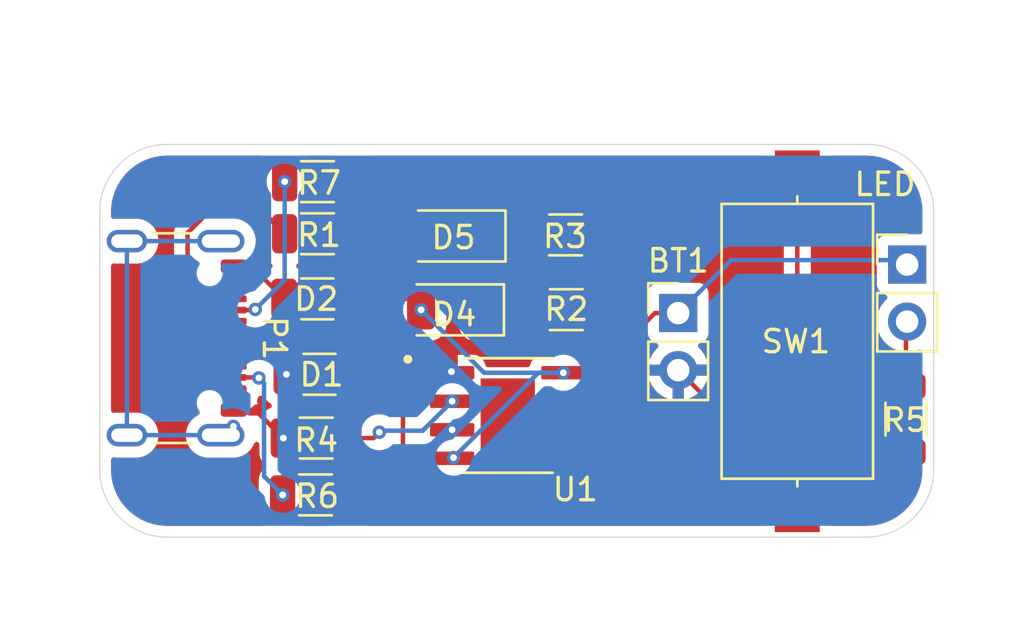
<source format=kicad_pcb>
(kicad_pcb (version 20240108) (generator "pcbnew") (generator_version "8.0")
  (layers (0 "F.Cu" signal) (31 "B.Cu" signal) (34 "B.Paste" user) (35 "F.Paste" user) (36 "B.SilkS" user "B.Silkscreen") (37 "F.SilkS" user "F.Silkscreen") (38 "B.Mask" user) (39 "F.Mask" user) (44 "Edge.Cuts" user))
  (net 0 "")
  (net 1 "Earth")
  (net 2 "Net-(BT1-+)")
  (net 3 "Net-(D2-A)")
  (net 4 "Net-(D4-K)")
  (net 5 "Net-(D5-K)")
  (net 6 "Net-(P1-VBUS-PadA4)")
  (net 8 "unconnected-(P1-VCONN-PadB5)")
  (net 9 "unconnected-(P1-SHIELD-PadS1)")
  (net 10 "unconnected-(P1-CC-PadA5)")
  (net 12 "Net-(U1-~{STDBY})")
  (net 13 "Net-(U1-~{CHRG})")
  (net 14 "Net-(U1-PROG)")
  (net 16 "Net-(D3-A)")
  (net 17 "Net-(R5-Pad2)")
  (footprint "Resistor_SMD:R_1206_3216Metric" (layer "F.Cu") (at 133.47 86.89)
    (property "Reference" "R1" (at 0.07 0.06 0) (layer "F.SilkS"))
    (property "Value" "R" (hide yes))
    (fp_line (start -0.727064 -0.91) (end 0.727064 -0.91) (stroke (width 0.12)) (layer "F.SilkS"))
    (fp_line (start -0.727064 0.91) (end 0.727064 0.91) (stroke (width 0.12)) (layer "F.SilkS"))
    (pad "1" smd roundrect (at -1.4625 0) (size 1.125 1.75) (layers "F.Cu" "F.Paste" "F.Mask") (roundrect_rratio 0.222222) (net 6 "Net-(P1-VBUS-PadA4)"))
    (pad "2" smd roundrect (at 1.4625 0) (size 1.125 1.75) (layers "F.Cu" "F.Paste" "F.Mask") (roundrect_rratio 0.222222) (net 3 "Net-(D2-A)"))
  )
  (footprint "LED_SMD:LED_1206_3216Metric" (layer "F.Cu") (at 139.48 90.28 180)
    (property "Reference" "D4" (at -0.08 -0.21 0) (layer "F.SilkS"))
    (property "Value" "LED" (hide yes))
    (fp_line (start 1.6 -1.135) (end -2.285 -1.135) (stroke (width 0.12)) (layer "F.SilkS"))
    (fp_line (start -2.285 1.135) (end 1.6 1.135) (stroke (width 0.12)) (layer "F.SilkS"))
    (fp_line (start -2.285 -1.135) (end -2.285 1.135) (stroke (width 0.12)) (layer "F.SilkS"))
    (pad "1" smd roundrect (at -1.4 0 180) (size 1.25 1.75) (layers "F.Cu" "F.Paste" "F.Mask") (roundrect_rratio 0.2) (net 4 "Net-(D4-K)"))
    (pad "2" smd roundrect (at 1.4 0 180) (size 1.25 1.75) (layers "F.Cu" "F.Paste" "F.Mask") (roundrect_rratio 0.2) (net 3 "Net-(D2-A)"))
  )
  (footprint "Resistor_SMD:R_1206_3216Metric" (layer "F.Cu") (at 159.655 95.145 -90)
    (property "Reference" "R5" (at 0.045 0.045 0) (layer "F.SilkS"))
    (property "Value" "R_US" (hide yes))
    (fp_line (start -0.727064 0.91) (end 0.727064 0.91) (stroke (width 0.12)) (layer "F.SilkS"))
    (fp_line (start -0.727064 -0.91) (end 0.727064 -0.91) (stroke (width 0.12)) (layer "F.SilkS"))
    (pad "1" smd roundrect (at -1.4625 0 270) (size 1.125 1.75) (layers "F.Cu" "F.Paste" "F.Mask") (roundrect_rratio 0.222222) (net 16 "Net-(D3-A)"))
    (pad "2" smd roundrect (at 1.4625 0 270) (size 1.125 1.75) (layers "F.Cu" "F.Paste" "F.Mask") (roundrect_rratio 0.222222) (net 17 "Net-(R5-Pad2)"))
  )
  (footprint "Resistor_SMD:R_1206_3216Metric" (layer "F.Cu") (at 133.38 98.52)
    (property "Reference" "R6" (at 0.07 0.06 0) (layer "F.SilkS"))
    (property "Value" "R" (hide yes))
    (fp_line (start -0.727064 -0.91) (end 0.727064 -0.91) (stroke (width 0.12)) (layer "F.SilkS"))
    (fp_line (start -0.727064 0.91) (end 0.727064 0.91) (stroke (width 0.12)) (layer "F.SilkS"))
    (pad "1" smd roundrect (at -1.4625 0) (size 1.125 1.75) (layers "F.Cu" "F.Paste" "F.Mask") (roundrect_rratio 0.222222) (net 8 "unconnected-(P1-VCONN-PadB5)"))
    (pad "2" smd roundrect (at 1.4625 0) (size 1.125 1.75) (layers "F.Cu" "F.Paste" "F.Mask") (roundrect_rratio 0.222222) (net 1 "Earth"))
  )
  (footprint "Connector_PinHeader_2.54mm:PinHeader_1x02_P2.54mm_Vertical" (layer "F.Cu") (at 149.52 90.425)
    (property "Reference" "BT1" (at 0 -2.33 0) (layer "F.SilkS"))
    (property "Value" "Battery" (hide yes))
    (fp_line (start -1.33 -1.33) (end 0 -1.33) (stroke (width 0.12)) (layer "F.SilkS"))
    (fp_line (start -1.33 0) (end -1.33 -1.33) (stroke (width 0.12)) (layer "F.SilkS"))
    (fp_line (start -1.33 1.27) (end -1.33 3.87) (stroke (width 0.12)) (layer "F.SilkS"))
    (fp_line (start -1.33 1.27) (end 1.33 1.27) (stroke (width 0.12)) (layer "F.SilkS"))
    (fp_line (start -1.33 3.87) (end 1.33 3.87) (stroke (width 0.12)) (layer "F.SilkS"))
    (fp_line (start 1.33 1.27) (end 1.33 3.87) (stroke (width 0.12)) (layer "F.SilkS"))
    (pad "1" thru_hole rect (at 0 0) (size 1.7 1.7) (drill 1) (layers "*.Cu" "*.Mask") (net 2 "Net-(BT1-+)"))
    (pad "2" thru_hole oval (at 0 2.54) (size 1.7 1.7) (drill 1) (layers "*.Cu" "*.Mask") (net 1 "Earth"))
  )
  (footprint "Capacitor_SMD:C_1206_3216Metric" (layer "F.Cu") (at 133.46 89.79)
    (property "Reference" "D2" (at -0.05 0.01 0) (layer "F.SilkS"))
    (property "Value" "D_Capacitance" (hide yes))
    (fp_line (start -0.711252 -0.91) (end 0.711252 -0.91) (stroke (width 0.12)) (layer "F.SilkS"))
    (fp_line (start -0.711252 0.91) (end 0.711252 0.91) (stroke (width 0.12)) (layer "F.SilkS"))
    (pad "1" smd roundrect (at -1.475 0) (size 1.15 1.8) (layers "F.Cu" "F.Paste" "F.Mask") (roundrect_rratio 0.217391) (net 1 "Earth"))
    (pad "2" smd roundrect (at 1.475 0) (size 1.15 1.8) (layers "F.Cu" "F.Paste" "F.Mask") (roundrect_rratio 0.217391) (net 3 "Net-(D2-A)"))
  )
  (footprint "Capacitor_SMD:C_1206_3216Metric" (layer "F.Cu") (at 133.56 93.15 180)
    (property "Reference" "D1" (at -0.09 -0.02 0) (layer "F.SilkS"))
    (property "Value" "D_Capacitance" (hide yes))
    (fp_line (start -0.711252 0.91) (end 0.711252 0.91) (stroke (width 0.12)) (layer "F.SilkS"))
    (fp_line (start -0.711252 -0.91) (end 0.711252 -0.91) (stroke (width 0.12)) (layer "F.SilkS"))
    (pad "1" smd roundrect (at -1.475 0 180) (size 1.15 1.8) (layers "F.Cu" "F.Paste" "F.Mask") (roundrect_rratio 0.217391) (net 2 "Net-(BT1-+)"))
    (pad "2" smd roundrect (at 1.475 0 180) (size 1.15 1.8) (layers "F.Cu" "F.Paste" "F.Mask") (roundrect_rratio 0.217391) (net 1 "Earth"))
  )
  (footprint "Capacitor_THT:C_Axial_L12.0mm_D6.5mm_P15.00mm_Horizontal" (layer "F.Cu") (at 154.82 84.18 -90)
    (property "Reference" "SW1" (at 7.51 0.06 0) (layer "F.SilkS"))
    (property "Value" "SW_Push" (hide yes))
    (fp_line (start 1.38 3.37) (end 13.62 3.37) (stroke (width 0.12)) (layer "F.SilkS"))
    (fp_line (start 13.62 3.37) (end 13.62 -3.37) (stroke (width 0.12)) (layer "F.SilkS"))
    (fp_line (start 1.04 0) (end 1.38 0) (stroke (width 0.12)) (layer "F.SilkS"))
    (fp_line (start 13.96 0) (end 13.62 0) (stroke (width 0.12)) (layer "F.SilkS"))
    (fp_line (start 1.38 -3.37) (end 1.38 3.37) (stroke (width 0.12)) (layer "F.SilkS"))
    (fp_line (start 13.62 -3.37) (end 1.38 -3.37) (stroke (width 0.12)) (layer "F.SilkS"))
    (pad "1" smd rect (at 0 0 270) (size 2 2) (layers "F.Cu" "F.Paste" "F.Mask") (net 17 "Net-(R5-Pad2)"))
    (pad "2" smd rect (at 15 0 270) (size 2 2) (layers "F.Cu" "F.Paste" "F.Mask") (net 1 "Earth"))
  )
  (footprint "Resistor_SMD:R_1206_3216Metric" (layer "F.Cu") (at 144.54 90.27)
    (property "Reference" "R2" (at 0 -0.02 0) (layer "F.SilkS"))
    (property "Value" "R" (hide yes))
    (fp_line (start -0.727064 -0.91) (end 0.727064 -0.91) (stroke (width 0.12)) (layer "F.SilkS"))
    (fp_line (start -0.727064 0.91) (end 0.727064 0.91) (stroke (width 0.12)) (layer "F.SilkS"))
    (pad "1" smd roundrect (at -1.4625 0) (size 1.125 1.75) (layers "F.Cu" "F.Paste" "F.Mask") (roundrect_rratio 0.222222) (net 4 "Net-(D4-K)"))
    (pad "2" smd roundrect (at 1.4625 0) (size 1.125 1.75) (layers "F.Cu" "F.Paste" "F.Mask") (roundrect_rratio 0.222222) (net 12 "Net-(U1-~{STDBY})"))
  )
  (footprint "Resistor_SMD:R_1206_3216Metric" (layer "F.Cu") (at 144.5075 86.94)
    (property "Reference" "R3" (at -0.0275 0.07 0) (layer "F.SilkS"))
    (property "Value" "R" (hide yes))
    (fp_line (start -0.727064 -0.91) (end 0.727064 -0.91) (stroke (width 0.12)) (layer "F.SilkS"))
    (fp_line (start -0.727064 0.91) (end 0.727064 0.91) (stroke (width 0.12)) (layer "F.SilkS"))
    (pad "1" smd roundrect (at -1.4625 0) (size 1.125 1.75) (layers "F.Cu" "F.Paste" "F.Mask") (roundrect_rratio 0.222222) (net 5 "Net-(D5-K)"))
    (pad "2" smd roundrect (at 1.4625 0) (size 1.125 1.75) (layers "F.Cu" "F.Paste" "F.Mask") (roundrect_rratio 0.222222) (net 13 "Net-(U1-~{CHRG})"))
  )
  (footprint "Connector_USB:USB_C_Receptacle_GCT_USB4105-xx-A_16P_TopMnt_Horizontal" (layer "F.Cu") (at 126.062221 91.539014 -90)
    (property "Reference" "P1" (at 0 -5.5 -90) (layer "F.SilkS"))
    (property "Value" "USB_C_Plug_USB2.0" (hide yes))
    (fp_line (start -4.67 -0.1) (end -4.67 -1.8) (stroke (width 0.12)) (layer "F.SilkS"))
    (fp_line (start 4.67 -0.1) (end 4.67 -1.8) (stroke (width 0.12)) (layer "F.SilkS"))
    (pad "" np_thru_hole circle (at -2.89 -2.605 270) (size 0.65 0.65) (drill 0.65) (layers "F&B.Cu" "*.Mask"))
    (pad "" np_thru_hole circle (at 2.89 -2.605 270) (size 0.65 0.65) (drill 0.65) (layers "F&B.Cu" "*.Mask"))
    (pad "A1" smd roundrect (at -3.2 -3.68 270) (size 0.6 1.15) (layers "F.Cu" "F.Paste" "F.Mask") (net 1 "Earth"))
    (pad "A4" smd roundrect (at -2.4 -3.68 270) (size 0.6 1.15) (layers "F.Cu" "F.Paste" "F.Mask") (net 6 "Net-(P1-VBUS-PadA4)"))
    (pad "A5" smd roundrect (at -1.25 -3.68 270) (size 0.3 1.15) (layers "F.Cu" "F.Paste" "F.Mask") (net 10 "unconnected-(P1-CC-PadA5)"))
    (pad "A6" smd roundrect (at -0.25 -3.68 270) (size 0.3 1.15) (layers "F.Cu" "F.Paste" "F.Mask"))
    (pad "A7" smd roundrect (at 0.25 -3.68 270) (size 0.3 1.15) (layers "F.Cu" "F.Paste" "F.Mask"))
    (pad "A8" smd roundrect (at 1.25 -3.68 270) (size 0.3 1.15) (layers "F.Cu" "F.Paste" "F.Mask"))
    (pad "A9" smd roundrect (at 2.4 -3.68 270) (size 0.6 1.15) (layers "F.Cu" "F.Paste" "F.Mask") (net 6 "Net-(P1-VBUS-PadA4)"))
    (pad "A12" smd roundrect (at 3.2 -3.68 270) (size 0.6 1.15) (layers "F.Cu" "F.Paste" "F.Mask") (net 1 "Earth"))
    (pad "B1" smd roundrect (at 3.2 -3.68 270) (size 0.6 1.15) (layers "F.Cu" "F.Paste" "F.Mask") (net 1 "Earth"))
    (pad "B4" smd roundrect (at 2.4 -3.68 270) (size 0.6 1.15) (layers "F.Cu" "F.Paste" "F.Mask") (net 6 "Net-(P1-VBUS-PadA4)"))
    (pad "B5" smd roundrect (at 1.75 -3.68 270) (size 0.3 1.15) (layers "F.Cu" "F.Paste" "F.Mask") (net 8 "unconnected-(P1-VCONN-PadB5)"))
    (pad "B6" smd roundrect (at 0.75 -3.68 270) (size 0.3 1.15) (layers "F.Cu" "F.Paste" "F.Mask"))
    (pad "B7" smd roundrect (at -0.75 -3.68 270) (size 0.3 1.15) (layers "F.Cu" "F.Paste" "F.Mask"))
    (pad "B8" smd roundrect (at -1.75 -3.68 270) (size 0.3 1.15) (layers "F.Cu" "F.Paste" "F.Mask"))
    (pad "B9" smd roundrect (at -2.4 -3.68 270) (size 0.6 1.15) (layers "F.Cu" "F.Paste" "F.Mask") (net 6 "Net-(P1-VBUS-PadA4)"))
    (pad "B12" smd roundrect (at -3.2 -3.68 270) (size 0.6 1.15) (layers "F.Cu" "F.Paste" "F.Mask") (net 1 "Earth"))
    (pad "S1" thru_hole oval (at -4.32 -3.105 270) (size 1 2.1) (drill oval 0.6 1.7) (layers "*.Cu" "*.Mask" "F.Paste") (net 9 "unconnected-(P1-SHIELD-PadS1)"))
    (pad "S1" thru_hole oval (at -4.32 1.075 270) (size 1 1.8) (drill oval 0.6 1.4) (layers "*.Cu" "*.Mask" "F.Paste") (net 9 "unconnected-(P1-SHIELD-PadS1)"))
    (pad "S1" thru_hole oval (at 4.32 -3.105 270) (size 1 2.1) (drill oval 0.6 1.7) (layers "*.Cu" "*.Mask" "F.Paste") (net 9 "unconnected-(P1-SHIELD-PadS1)"))
    (pad "S1" thru_hole oval (at 4.32 1.075 270) (size 1 1.8) (drill oval 0.6 1.4) (layers "*.Cu" "*.Mask" "F.Paste") (net 9 "unconnected-(P1-SHIELD-PadS1)"))
  )
  (footprint "LED_SMD:LED_1206_3216Metric" (layer "F.Cu") (at 139.55 86.99 180)
    (property "Reference" "D5" (at 0.03 -0.07 0) (layer "F.SilkS"))
    (property "Value" "LED" (hide yes))
    (fp_line (start 1.6 -1.135) (end -2.285 -1.135) (stroke (width 0.12)) (layer "F.SilkS"))
    (fp_line (start -2.285 1.135) (end 1.6 1.135) (stroke (width 0.12)) (layer "F.SilkS"))
    (fp_line (start -2.285 -1.135) (end -2.285 1.135) (stroke (width 0.12)) (layer "F.SilkS"))
    (pad "1" smd roundrect (at -1.4 0 180) (size 1.25 1.75) (layers "F.Cu" "F.Paste" "F.Mask") (roundrect_rratio 0.2) (net 5 "Net-(D5-K)"))
    (pad "2" smd roundrect (at 1.4 0 180) (size 1.25 1.75) (layers "F.Cu" "F.Paste" "F.Mask") (roundrect_rratio 0.2) (net 3 "Net-(D2-A)"))
  )
  (footprint "Personal:SOP127P600X175-9N" (layer "F.Cu") (at 141.935 94.985)
    (property "Reference" "U1" (at 3.005 3.295 0) (layer "F.SilkS"))
    (property "Value" "TP4056" (hide yes))
    (fp_line (start -2 -2.55) (end 2 -2.55) (stroke (width 0.127)) (layer "F.SilkS"))
    (fp_line (start -2 2.55) (end 2 2.55) (stroke (width 0.127)) (layer "F.SilkS"))
    (fp_circle (center -4.445 -2.505) (end -4.345 -2.505) (stroke (width 0.2)) (fill none) (layer "F.SilkS"))
    (pad "1" smd roundrect (at -2.475 -1.905) (size 1.97 0.6) (layers "F.Cu" "F.Paste" "F.Mask") (roundrect_rratio 0.125) (net 1 "Earth"))
    (pad "2" smd roundrect (at -2.475 -0.635) (size 1.97 0.6) (layers "F.Cu" "F.Paste" "F.Mask") (roundrect_rratio 0.125) (net 14 "Net-(U1-PROG)"))
    (pad "3" smd roundrect (at -2.475 0.635) (size 1.97 0.6) (layers "F.Cu" "F.Paste" "F.Mask") (roundrect_rratio 0.125) (net 1 "Earth"))
    (pad "4" smd roundrect (at -2.475 1.905) (size 1.97 0.6) (layers "F.Cu" "F.Paste" "F.Mask") (roundrect_rratio 0.125) (net 3 "Net-(D2-A)"))
    (pad "5" smd roundrect (at 2.475 1.905) (size 1.97 0.6) (layers "F.Cu" "F.Paste" "F.Mask") (roundrect_rratio 0.125) (net 2 "Net-(BT1-+)"))
    (pad "6" smd roundrect (at 2.475 0.635) (size 1.97 0.6) (layers "F.Cu" "F.Paste" "F.Mask") (roundrect_rratio 0.125) (net 12 "Net-(U1-~{STDBY})"))
    (pad "7" smd roundrect (at 2.475 -0.635) (size 1.97 0.6) (layers "F.Cu" "F.Paste" "F.Mask") (roundrect_rratio 0.125) (net 13 "Net-(U1-~{CHRG})"))
    (pad "8" smd roundrect (at 2.475 -1.905) (size 1.97 0.6) (layers "F.Cu" "F.Paste" "F.Mask") (roundrect_rratio 0.125) (net 3 "Net-(D2-A)"))
    (pad "9" smd rect (at 0 0) (size 2.413 3.302) (layers "F.Cu" "F.Mask"))
  )
  (footprint "Resistor_SMD:R_1206_3216Metric" (layer "F.Cu") (at 133.47 84.57)
    (property "Reference" "R7" (at 0.07 0.06 0) (layer "F.SilkS"))
    (property "Value" "R" (hide yes))
    (fp_line (start -0.727064 -0.91) (end 0.727064 -0.91) (stroke (width 0.12)) (layer "F.SilkS"))
    (fp_line (start -0.727064 0.91) (end 0.727064 0.91) (stroke (width 0.12)) (layer "F.SilkS"))
    (pad "1" smd roundrect (at -1.4625 0) (size 1.125 1.75) (layers "F.Cu" "F.Paste" "F.Mask") (roundrect_rratio 0.222222) (net 10 "unconnected-(P1-CC-PadA5)"))
    (pad "2" smd roundrect (at 1.4625 0) (size 1.125 1.75) (layers "F.Cu" "F.Paste" "F.Mask") (roundrect_rratio 0.222222) (net 1 "Earth"))
  )
  (footprint "Connector_PinHeader_2.54mm:PinHeader_1x02_P2.54mm_Vertical" (layer "F.Cu") (at 159.706606 88.26271)
    (property "Reference" "LED" (at -0.985072 -3.573681 0) (layer "F.SilkS"))
    (property "Value" "Battery" (hide yes))
    (fp_line (start -1.33 -1.33) (end 0 -1.33) (stroke (width 0.12)) (layer "F.SilkS"))
    (fp_line (start -1.33 0) (end -1.33 -1.33) (stroke (width 0.12)) (layer "F.SilkS"))
    (fp_line (start -1.33 1.27) (end -1.33 3.87) (stroke (width 0.12)) (layer "F.SilkS"))
    (fp_line (start -1.33 1.27) (end 1.33 1.27) (stroke (width 0.12)) (layer "F.SilkS"))
    (fp_line (start -1.33 3.87) (end 1.33 3.87) (stroke (width 0.12)) (layer "F.SilkS"))
    (fp_line (start 1.33 1.27) (end 1.33 3.87) (stroke (width 0.12)) (layer "F.SilkS"))
    (pad "1" thru_hole rect (at 0 0) (size 1.7 1.7) (drill 1) (layers "*.Cu" "*.Mask") (net 2 "Net-(BT1-+)"))
    (pad "2" thru_hole oval (at 0 2.54) (size 1.7 1.7) (drill 1) (layers "*.Cu" "*.Mask") (net 16 "Net-(D3-A)"))
  )
  (footprint "Resistor_SMD:R_1206_3216Metric" (layer "F.Cu") (at 133.41 95.99 180)
    (property "Reference" "R4" (at 0 -0.1 0) (layer "F.SilkS"))
    (property "Value" "R" (hide yes))
    (fp_line (start -0.727064 0.91) (end 0.727064 0.91) (stroke (width 0.12)) (layer "F.SilkS"))
    (fp_line (start -0.727064 -0.91) (end 0.727064 -0.91) (stroke (width 0.12)) (layer "F.SilkS"))
    (pad "1" smd roundrect (at -1.4625 0 180) (size 1.125 1.75) (layers "F.Cu" "F.Paste" "F.Mask") (roundrect_rratio 0.222222) (net 14 "Net-(U1-PROG)"))
    (pad "2" smd roundrect (at 1.4625 0 180) (size 1.125 1.75) (layers "F.Cu" "F.Paste" "F.Mask") (roundrect_rratio 0.222222) (net 1 "Earth"))
  )
  (gr_line (start 123.78 97.4) (end 123.78 85.91) (stroke (width 0.05)) (layer "Edge.Cuts"))
  (gr_arc (start 157.89 82.91) (mid 160.01132 83.78868) (end 160.89 85.91) (stroke (width 0.05)) (layer "Edge.Cuts"))
  (gr_line (start 126.78 82.91) (end 157.89 82.91) (stroke (width 0.05)) (layer "Edge.Cuts"))
  (gr_arc (start 126.78 100.4) (mid 124.65868 99.52132) (end 123.78 97.4) (stroke (width 0.05)) (layer "Edge.Cuts"))
  (gr_arc (start 123.78 85.91) (mid 124.65868 83.78868) (end 126.78 82.91) (stroke (width 0.05)) (layer "Edge.Cuts"))
  (gr_arc (start 160.89 97.4) (mid 160.01132 99.52132) (end 157.89 100.4) (stroke (width 0.05)) (layer "Edge.Cuts"))
  (gr_line (start 157.89 100.4) (end 126.78 100.4) (stroke (width 0.05)) (layer "Edge.Cuts"))
  (gr_line (start 160.89 85.91) (end 160.89 97.4) (stroke (width 0.05)) (layer "Edge.Cuts"))
  (segment (start 133.63 88.145) (end 131.985 89.79) (width 0.2) (layer "F.Cu") (net 1))
  (segment (start 133.76 84.57) (end 133.63 84.7) (width 0.2) (layer "F.Cu") (net 1))
  (segment (start 131.985 93.05) (end 132.085 93.15) (width 0.2) (layer "F.Cu") (net 1))
  (segment (start 139.46 93.06) (end 139.43 93.03) (width 0.2) (layer "F.Cu") (net 1))
  (segment (start 129.742221 94.739014) (end 130.696514 94.739014) (width 0.2) (layer "F.Cu") (net 1))
  (segment (start 133.63 84.7) (end 133.63 88.145) (width 0.2) (layer "F.Cu") (net 1))
  (segment (start 130.534014 88.339014) (end 131.985 89.79) (width 0.2) (layer "F.Cu") (net 1))
  (segment (start 132.085 93.15) (end 132.085 95.8525) (width 0.2) (layer "F.Cu") (net 1))
  (segment (start 134.9325 84.57) (end 133.76 84.57) (width 0.2) (layer "F.Cu") (net 1))
  (segment (start 132.085 95.8525) (end 131.9475 95.99) (width 0.2) (layer "F.Cu") (net 1))
  (segment (start 129.742221 88.339014) (end 130.534014 88.339014) (width 0.2) (layer "F.Cu") (net 1))
  (segment (start 154.82 98.265) (end 154.82 99.18) (width 0.2) (layer "F.Cu") (net 1))
  (segment (start 139.46 93.08) (end 139.46 93.06) (width 0.2) (layer "F.Cu") (net 1))
  (segment (start 132.3125 95.99) (end 131.9475 95.99) (width 0.2) (layer "F.Cu") (net 1))
  (segment (start 149.52 92.965) (end 154.82 98.265) (width 0.2) (layer "F.Cu") (net 1))
  (segment (start 131.985 89.79) (end 131.985 93.05) (width 0.2) (layer "F.Cu") (net 1))
  (segment (start 130.696514 94.739014) (end 131.9475 95.99) (width 0.2) (layer "F.Cu") (net 1))
  (segment (start 134.8425 98.52) (end 132.3125 95.99) (width 0.2) (layer "F.Cu") (net 1))
  (via (at 132.085 93.15) (size 0.6) (drill 0.3) (layers "F.Cu" "B.Cu") (net 1))
  (via (at 139.43 93.03) (size 0.6) (drill 0.3) (layers "F.Cu" "B.Cu") (net 1))
  (via (at 139.46 95.62) (size 0.6) (drill 0.3) (layers "F.Cu" "B.Cu") (net 1))
  (via (at 131.9475 95.99) (size 0.6) (drill 0.3) (layers "F.Cu" "B.Cu") (net 1))
  (segment (start 133.8375 97.88) (end 131.9475 95.99) (width 0.2) (layer "B.Cu") (net 1))
  (segment (start 139.43 93.03) (end 140.32 93.92) (width 0.2) (layer "B.Cu") (net 1))
  (segment (start 132.205 93.03) (end 132.085 93.15) (width 0.2) (layer "B.Cu") (net 1))
  (segment (start 149.52 92.965) (end 149.52 94.46) (width 0.2) (layer "B.Cu") (net 1))
  (segment (start 140.32 94.76) (end 139.46 95.62) (width 0.2) (layer "B.Cu") (net 1))
  (segment (start 149.52 94.46) (end 146.1 97.88) (width 0.2) (layer "B.Cu") (net 1))
  (segment (start 140.32 93.92) (end 140.32 94.76) (width 0.2) (layer "B.Cu") (net 1))
  (segment (start 139.43 93.03) (end 132.205 93.03) (width 0.2) (layer "B.Cu") (net 1))
  (segment (start 146.1 97.88) (end 133.8375 97.88) (width 0.2) (layer "B.Cu") (net 1))
  (segment (start 144.41 96.89) (end 145.87 96.89) (width 0.2) (layer "F.Cu") (net 2))
  (segment (start 135.035 93.15) (end 136.83 93.15) (width 0.2) (layer "F.Cu") (net 2))
  (segment (start 137.27 93.59) (end 137.27 97.75) (width 0.2) (layer "F.Cu") (net 2))
  (segment (start 137.27 97.75) (end 137.53 98.01) (width 0.2) (layer "F.Cu") (net 2))
  (segment (start 145.87 96.89) (end 147.33 95.43) (width 0.2) (layer "F.Cu") (net 2))
  (segment (start 147.33 91.58) (end 148.485 90.425) (width 0.2) (layer "F.Cu") (net 2))
  (segment (start 136.83 93.15) (end 137.27 93.59) (width 0.2) (layer "F.Cu") (net 2))
  (segment (start 143.29 98.01) (end 144.41 96.89) (width 0.2) (layer "F.Cu") (net 2))
  (segment (start 147.33 95.43) (end 147.33 91.58) (width 0.2) (layer "F.Cu") (net 2))
  (segment (start 137.53 98.01) (end 143.29 98.01) (width 0.2) (layer "F.Cu") (net 2))
  (segment (start 148.485 90.425) (end 149.52 90.425) (width 0.2) (layer "F.Cu") (net 2))
  (segment (start 151.88 88.065) (end 149.52 90.425) (width 0.2) (layer "B.Cu") (net 2))
  (segment (start 159.755 88.065) (end 151.88 88.065) (width 0.2) (layer "B.Cu") (net 2))
  (segment (start 138.15 90.21) (end 138.08 90.28) (width 0.2) (layer "F.Cu") (net 3))
  (segment (start 139.49 96.89) (end 139.52 96.86) (width 0.2) (layer "F.Cu") (net 3))
  (segment (start 134.9325 89.7875) (end 134.935 89.79) (width 0.2) (layer "F.Cu") (net 3))
  (segment (start 137.59 89.79) (end 138.08 90.28) (width 0.2) (layer "F.Cu") (net 3))
  (segment (start 134.935 89.79) (end 137.59 89.79) (width 0.2) (layer "F.Cu") (net 3))
  (segment (start 134.9325 86.89) (end 134.9325 89.7875) (width 0.2) (layer "F.Cu") (net 3))
  (segment (start 139.46 96.89) (end 139.49 96.89) (width 0.2) (layer "F.Cu") (net 3))
  (segment (start 138.15 86.99) (end 138.15 90.21) (width 0.2) (layer "F.Cu") (net 3))
  (via (at 144.41 93.08) (size 0.6) (drill 0.3) (layers "F.Cu" "B.Cu") (net 3))
  (via (at 138.08 90.28) (size 0.6) (drill 0.3) (layers "F.Cu" "B.Cu") (net 3))
  (via (at 139.52 96.86) (size 0.6) (drill 0.3) (layers "F.Cu" "B.Cu") (net 3))
  (segment (start 139.52 96.86) (end 143.3 93.08) (width 0.2) (layer "B.Cu") (net 3))
  (segment (start 144.41 93.08) (end 140.88 93.08) (width 0.2) (layer "B.Cu") (net 3))
  (segment (start 143.3 93.08) (end 144.41 93.08) (width 0.2) (layer "B.Cu") (net 3))
  (segment (start 140.88 93.08) (end 138.08 90.28) (width 0.2) (layer "B.Cu") (net 3))
  (segment (start 143.0675 90.28) (end 143.0775 90.27) (width 0.2) (layer "F.Cu") (net 4))
  (segment (start 140.88 90.28) (end 143.0675 90.28) (width 0.2) (layer "F.Cu") (net 4))
  (segment (start 142.995 86.99) (end 143.045 86.94) (width 0.2) (layer "F.Cu") (net 5))
  (segment (start 140.95 86.99) (end 142.995 86.99) (width 0.2) (layer "F.Cu") (net 5))
  (segment (start 128.113267 89.572026) (end 127.687128 89.145887) (width 0.2) (layer "F.Cu") (net 6))
  (segment (start 129.192362 89.139014) (end 128.75935 89.572026) (width 0.2) (layer "F.Cu") (net 6))
  (segment (start 127.687128 89.145887) (end 127.687128 86.850231) (width 0.2) (layer "F.Cu") (net 6))
  (segment (start 128.73873 93.484954) (end 128.73873 89.592646) (width 0.2) (layer "F.Cu") (net 6))
  (segment (start 129.742221 93.939014) (end 129.19279 93.939014) (width 0.2) (layer "F.Cu") (net 6))
  (segment (start 131.153254 86.035754) (end 132.0075 86.89) (width 0.2) (layer "F.Cu") (net 6))
  (segment (start 128.75935 89.572026) (end 128.113267 89.572026) (width 0.2) (layer "F.Cu") (net 6))
  (segment (start 127.687128 86.850231) (end 128.501605 86.035754) (width 0.2) (layer "F.Cu") (net 6))
  (segment (start 129.742221 89.139014) (end 129.192362 89.139014) (width 0.2) (layer "F.Cu") (net 6))
  (segment (start 129.19279 93.939014) (end 128.73873 93.484954) (width 0.2) (layer "F.Cu") (net 6))
  (segment (start 128.501605 86.035754) (end 131.153254 86.035754) (width 0.2) (layer "F.Cu") (net 6))
  (segment (start 128.73873 89.592646) (end 128.75935 89.572026) (width 0.2) (layer "F.Cu") (net 6))
  (segment (start 130.839014 93.289014) (end 130.86 93.31) (width 0.2) (layer "F.Cu") (net 8))
  (segment (start 129.742221 93.289014) (end 130.839014 93.289014) (width 0.2) (layer "F.Cu") (net 8))
  (via (at 131.9175 98.52) (size 0.6) (drill 0.3) (layers "F.Cu" "B.Cu") (net 8))
  (via (at 130.86 93.31) (size 0.6) (drill 0.3) (layers "F.Cu" "B.Cu") (net 8))
  (segment (start 131.09 93.54) (end 131.09 97.6925) (width 0.2) (layer "B.Cu") (net 8))
  (segment (start 131.09 97.6925) (end 131.9175 98.52) (width 0.2) (layer "B.Cu") (net 8))
  (segment (start 130.86 93.31) (end 131.09 93.54) (width 0.2) (layer "B.Cu") (net 8))
  (via (at 129.725 95.47) (size 0.6) (drill 0.3) (layers "F.Cu" "B.Cu") (net 9))
  (segment (start 129.167221 95.859014) (end 124.987221 95.859014) (width 0.2) (layer "B.Cu") (net 9))
  (segment (start 124.987221 95.859014) (end 124.987221 87.219014) (width 0.2) (layer "B.Cu") (net 9))
  (segment (start 124.987221 87.219014) (end 129.167221 87.219014) (width 0.2) (layer "B.Cu") (net 9))
  (segment (start 129.742221 90.289014) (end 130.670986 90.289014) (width 0.2) (layer "F.Cu") (net 10))
  (segment (start 130.670986 90.289014) (end 130.7 90.26) (width 0.2) (layer "F.Cu") (net 10))
  (via (at 132.0075 84.57) (size 0.6) (drill 0.3) (layers "F.Cu" "B.Cu") (net 10))
  (via (at 130.7 90.26) (size 0.6) (drill 0.3) (layers "F.Cu" "B.Cu") (net 10))
  (segment (start 132.0075 88.9525) (end 132.0075 84.57) (width 0.2) (layer "B.Cu") (net 10))
  (segment (start 130.7 90.26) (end 132.0075 88.9525) (width 0.2) (layer "B.Cu") (net 10))
  (segment (start 144.80741 95.62) (end 146.83 93.59741) (width 0.2) (layer "F.Cu") (net 12))
  (segment (start 144.41 95.62) (end 144.80741 95.62) (width 0.2) (layer "F.Cu") (net 12))
  (segment (start 146.83 93.59741) (end 146.83 91.0975) (width 0.2) (layer "F.Cu") (net 12))
  (segment (start 146.83 91.0975) (end 146.0025 90.27) (width 0.2) (layer "F.Cu") (net 12))
  (segment (start 144.83 87.72) (end 145.19 87.72) (width 0.2) (layer "F.Cu") (net 13))
  (segment (start 144.41 94.35) (end 145.394999 94.35) (width 0.2) (layer "F.Cu") (net 13))
  (segment (start 144.68 87.87) (end 144.83 87.72) (width 0.2) (layer "F.Cu") (net 13))
  (segment (start 144.68 91.05) (end 144.68 87.87) (width 0.2) (layer "F.Cu") (net 13))
  (segment (start 145.19 87.72) (end 145.97 86.94) (width 0.2) (layer "F.Cu") (net 13))
  (segment (start 145.394999 94.35) (end 146.3 93.444999) (width 0.2) (layer "F.Cu") (net 13))
  (segment (start 146.3 92.67) (end 144.68 91.05) (width 0.2) (layer "F.Cu") (net 13))
  (segment (start 146.3 93.444999) (end 146.3 92.67) (width 0.2) (layer "F.Cu") (net 13))
  (segment (start 135.96 95.99) (end 136.22 95.73) (width 0.2) (layer "F.Cu") (net 14))
  (segment (start 134.8725 95.99) (end 135.96 95.99) (width 0.2) (layer "F.Cu") (net 14))
  (via (at 136.22 95.73) (size 0.6) (drill 0.3) (layers "F.Cu" "B.Cu") (net 14))
  (via (at 139.46 94.35) (size 0.6) (drill 0.3) (layers "F.Cu" "B.Cu") (net 14))
  (segment (start 136.29 95.66) (end 138.15 95.66) (width 0.2) (layer "B.Cu") (net 14))
  (segment (start 136.22 95.73) (end 136.29 95.66) (width 0.2) (layer "B.Cu") (net 14))
  (segment (start 138.15 95.66) (end 139.46 94.35) (width 0.2) (layer "B.Cu") (net 14))
  (segment (start 159.655 90.705) (end 159.755 90.605) (width 0.2) (layer "F.Cu") (net 16))
  (segment (start 159.655 93.6825) (end 159.655 90.705) (width 0.2) (layer "F.Cu") (net 16))
  (segment (start 154.82 91.7725) (end 159.655 96.6075) (width 0.2) (layer "F.Cu") (net 17))
  (segment (start 154.82 84.18) (end 154.82 91.7725) (width 0.2) (layer "F.Cu") (net 17))
  (zone (net 1) (net_name "Earth") (layer "F.Cu") (connect_pads (clearance 0.5)) (min_thickness 0.25) (fill yes (thermal_gap 0.5) (thermal_bridge_width 0.5) (island_removal_mode 1) (island_area_min 10))
    (polygon (pts (xy 119.74 76.59) (xy 164.53 76.73) (xy 164.93 104.75) (xy 119.84 104.66)))
  )
  (zone (net 1) (net_name "Earth") (layer "B.Cu") (priority 1) (connect_pads (clearance 0.5)) (min_thickness 0.25) (fill yes (thermal_gap 0.5) (thermal_bridge_width 0.5) (island_removal_mode 1) (island_area_min 10))
    (polygon (pts (xy 119.34 76.69) (xy 164.53 76.48) (xy 164.83 104.2) (xy 119.34 104.46)))
  )
)
</source>
